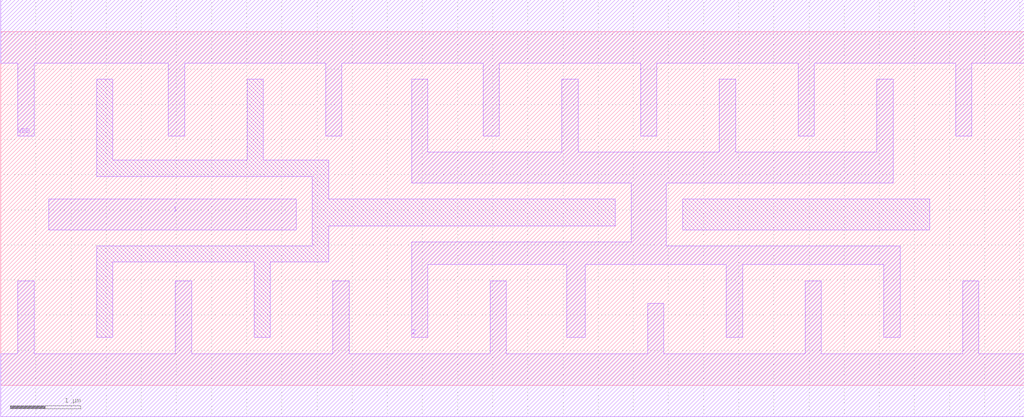
<source format=lef>
# Copyright 2022 GlobalFoundries PDK Authors
#
# Licensed under the Apache License, Version 2.0 (the "License");
# you may not use this file except in compliance with the License.
# You may obtain a copy of the License at
#
#      http://www.apache.org/licenses/LICENSE-2.0
#
# Unless required by applicable law or agreed to in writing, software
# distributed under the License is distributed on an "AS IS" BASIS,
# WITHOUT WARRANTIES OR CONDITIONS OF ANY KIND, either express or implied.
# See the License for the specific language governing permissions and
# limitations under the License.

MACRO gf180mcu_fd_sc_mcu9t5v0__buf_8
  CLASS core ;
  FOREIGN gf180mcu_fd_sc_mcu9t5v0__buf_8 0.0 0.0 ;
  ORIGIN 0 0 ;
  SYMMETRY X Y ;
  SITE GF018hv5v_green_sc9 ;
  SIZE 14.56 BY 5.04 ;
  PIN I
    DIRECTION INPUT ;
    ANTENNAGATEAREA 6.828 ;
    PORT
      LAYER Metal1 ;
        POLYGON 0.685 2.215 4.205 2.215 4.205 2.65 0.685 2.65  ;
    END
  END I
  PIN Z
    DIRECTION OUTPUT ;
    ANTENNADIFFAREA 7.284 ;
    PORT
      LAYER Metal1 ;
        POLYGON 5.845 2.88 8.74 2.88 8.97 2.88 8.97 2.04 5.845 2.04 5.845 0.68 6.075 0.68 6.075 1.72 8.055 1.72 8.055 0.68 8.315 0.68 8.315 1.72 10.325 1.72 10.325 0.68 10.555 0.68 10.555 1.72 12.565 1.72 12.565 0.68 12.795 0.68 12.795 1.985 9.47 1.985 9.47 2.88 12.695 2.88 12.695 4.36 12.465 4.36 12.465 3.32 10.455 3.32 10.455 4.36 10.225 4.36 10.225 3.32 8.74 3.32 8.215 3.32 8.215 4.36 7.985 4.36 7.985 3.32 6.075 3.32 6.075 4.36 5.845 4.36  ;
    END
  END Z
  PIN VDD
    DIRECTION INOUT ;
    USE power ;
    SHAPE ABUTMENT ;
    PORT
      LAYER Metal1 ;
        POLYGON 0 4.59 0.245 4.59 0.245 3.55 0.475 3.55 0.475 4.59 2.385 4.59 2.385 3.55 2.615 3.55 2.615 4.59 4.625 4.59 4.625 3.55 4.855 3.55 4.855 4.59 6.865 4.59 6.865 3.55 7.095 3.55 7.095 4.59 8.74 4.59 9.105 4.59 9.105 3.55 9.335 3.55 9.335 4.59 11.345 4.59 11.345 3.55 11.575 3.55 11.575 4.59 13.22 4.59 13.585 4.59 13.585 3.55 13.815 3.55 13.815 4.59 14.56 4.59 14.56 5.49 13.22 5.49 8.74 5.49 0 5.49  ;
    END
  END VDD
  PIN VSS
    DIRECTION INOUT ;
    USE ground ;
    SHAPE ABUTMENT ;
    PORT
      LAYER Metal1 ;
        POLYGON 0 -0.45 14.56 -0.45 14.56 0.45 13.915 0.45 13.915 1.49 13.685 1.49 13.685 0.45 11.675 0.45 11.675 1.49 11.445 1.49 11.445 0.45 9.435 0.45 9.435 1.165 9.205 1.165 9.205 0.45 7.195 0.45 7.195 1.49 6.965 1.49 6.965 0.45 4.955 0.45 4.955 1.49 4.725 1.49 4.725 0.45 2.715 0.45 2.715 1.49 2.485 1.49 2.485 0.45 0.475 0.45 0.475 1.49 0.245 1.49 0.245 0.45 0 0.45  ;
    END
  END VSS
  OBS
      LAYER Metal1 ;
        POLYGON 1.365 2.975 4.435 2.975 4.435 1.985 1.365 1.985 1.365 0.68 1.595 0.68 1.595 1.755 3.605 1.755 3.605 0.68 3.835 0.68 3.835 1.755 4.665 1.755 4.665 2.27 8.74 2.27 8.74 2.65 4.665 2.65 4.665 3.205 3.735 3.205 3.735 4.36 3.505 4.36 3.505 3.205 1.595 3.205 1.595 4.36 1.365 4.36  ;
        POLYGON 9.7 2.215 13.22 2.215 13.22 2.65 9.7 2.65  ;
  END
END gf180mcu_fd_sc_mcu9t5v0__buf_8

</source>
